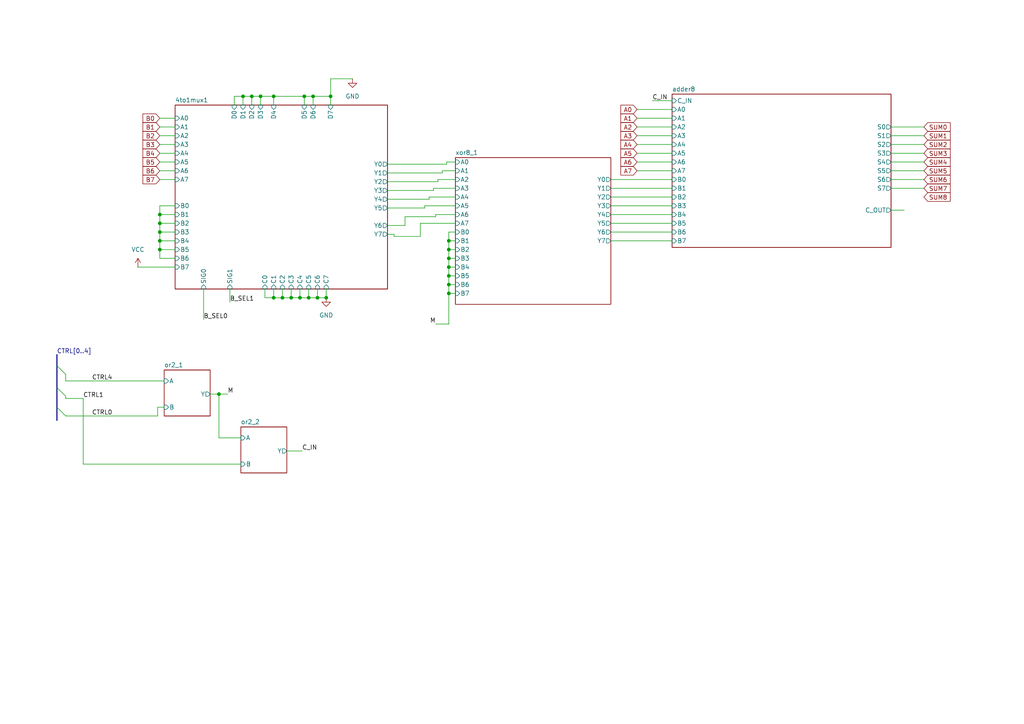
<source format=kicad_sch>
(kicad_sch (version 20250114) (generator "eeschema") (generator_version "9.0")
  (paper "A4")
  (lib_symbols
    (symbol "power:GND" (power) (pin_numbers (hide yes)) (pin_names (offset 0) (hide yes))
      (property "Value" "GND" (at 0 -3.81 0))
      (symbol "GND_0_1"
        (polyline (pts (xy 0 0) (xy 0 -1.27) (xy 1.27 -1.27) (xy 0 -2.54) (xy -1.27 -1.27) (xy 0 -1.27)))
      )
      (symbol "GND_1_1"
        (pin power_in line (at 0 0 270) (length 0) (name "~") (number "1"))
      )
    )
    (symbol "power:VCC" (power) (pin_numbers (hide yes)) (pin_names (offset 0) (hide yes))
      (property "Value" "VCC" (at 0 3.556 0))
      (symbol "VCC_0_1"
        (polyline (pts (xy -0.762 1.27) (xy 0 2.54)))
        (polyline (pts (xy 0 2.54) (xy 0.762 1.27)))
        (polyline (pts (xy 0 0) (xy 0 2.54)))
      )
      (symbol "VCC_1_1"
        (pin power_in line (at 0 0 90) (length 0) (name "~") (number "1"))
      )
    )
  )
  (junction (at 79.375 27.94))
  (junction (at 46.355 67.31))
  (junction (at 46.355 64.77))
  (junction (at 86.995 86.36))
  (junction (at 92.075 86.36))
  (junction (at 130.175 72.39))
  (junction (at 46.355 69.85))
  (junction (at 84.455 86.36))
  (junction (at 94.615 86.36))
  (junction (at 130.175 80.01))
  (junction (at 81.915 86.36))
  (junction (at 130.175 77.47))
  (junction (at 130.175 69.85))
  (junction (at 88.265 27.94))
  (junction (at 130.175 82.55))
  (junction (at 90.805 27.94))
  (junction (at 46.355 62.23))
  (junction (at 130.175 74.93))
  (junction (at 130.175 85.09))
  (junction (at 95.885 27.94))
  (junction (at 46.355 72.39))
  (junction (at 73.025 27.94))
  (junction (at 79.375 86.36))
  (junction (at 63.5 114.3))
  (junction (at 89.535 86.36))
  (junction (at 70.485 27.94))
  (junction (at 75.565 27.94))
  (bus_entry (at 16.51 106.045) (size 2.54 2.54))
  (bus_entry (at 16.51 118.11) (size 2.54 2.54))
  (bus_entry (at 16.51 112.395) (size 2.54 2.54))
  (wire (pts (xy 177.165 62.23) (xy 194.945 62.23)))
  (wire (pts (xy 70.485 27.94) (xy 70.485 30.48)))
  (wire (pts (xy 46.355 62.23) (xy 46.355 64.77)))
  (wire (pts (xy 130.175 77.47) (xy 132.08 77.47)))
  (wire (pts (xy 124.46 57.15) (xy 132.08 57.15)))
  (wire (pts (xy 46.355 67.31) (xy 46.355 69.85)))
  (wire (pts (xy 114.3 68.58) (xy 121.92 68.58)))
  (wire (pts (xy 46.355 64.77) (xy 50.8 64.77)))
  (bus (pts (xy 16.51 106.045) (xy 16.51 112.395)))
  (bus (pts (xy 16.51 112.395) (xy 16.51 118.11)))
  (wire (pts (xy 70.485 27.94) (xy 73.025 27.94)))
  (wire (pts (xy 112.395 50.165) (xy 128.27 50.165)))
  (wire (pts (xy 95.885 22.86) (xy 95.885 27.94)))
  (wire (pts (xy 189.23 29.21) (xy 194.945 29.21)))
  (wire (pts (xy 19.05 108.585) (xy 19.05 110.49)))
  (wire (pts (xy 73.025 27.94) (xy 73.025 30.48)))
  (wire (pts (xy 19.05 110.49) (xy 47.625 110.49)))
  (wire (pts (xy 128.27 50.165) (xy 128.27 49.53)))
  (wire (pts (xy 46.355 59.69) (xy 46.355 62.23)))
  (wire (pts (xy 86.995 86.36) (xy 86.995 83.82)))
  (wire (pts (xy 130.175 72.39) (xy 130.175 74.93)))
  (wire (pts (xy 124.46 57.785) (xy 124.46 57.15)))
  (wire (pts (xy 102.235 22.86) (xy 95.885 22.86)))
  (wire (pts (xy 130.175 74.93) (xy 132.08 74.93)))
  (wire (pts (xy 117.475 65.405) (xy 112.395 65.405)))
  (wire (pts (xy 184.785 34.29) (xy 194.945 34.29)))
  (wire (pts (xy 50.8 36.83) (xy 46.355 36.83)))
  (wire (pts (xy 86.995 86.36) (xy 89.535 86.36)))
  (wire (pts (xy 83.185 130.81) (xy 87.63 130.81)))
  (wire (pts (xy 127 52.705) (xy 127 52.07)))
  (wire (pts (xy 76.835 86.36) (xy 79.375 86.36)))
  (wire (pts (xy 177.165 52.07) (xy 194.945 52.07)))
  (wire (pts (xy 130.175 77.47) (xy 130.175 80.01)))
  (wire (pts (xy 129.54 47.625) (xy 129.54 46.99)))
  (wire (pts (xy 89.535 86.36) (xy 92.075 86.36)))
  (wire (pts (xy 46.355 74.93) (xy 50.8 74.93)))
  (wire (pts (xy 79.375 27.94) (xy 79.375 30.48)))
  (wire (pts (xy 184.785 49.53) (xy 194.945 49.53)))
  (wire (pts (xy 112.395 57.785) (xy 124.46 57.785)))
  (wire (pts (xy 88.265 27.94) (xy 88.265 30.48)))
  (wire (pts (xy 46.355 69.85) (xy 46.355 72.39)))
  (wire (pts (xy 46.355 41.91) (xy 50.8 41.91)))
  (wire (pts (xy 46.355 44.45) (xy 50.8 44.45)))
  (wire (pts (xy 130.175 82.55) (xy 130.175 85.09)))
  (wire (pts (xy 19.05 120.65) (xy 45.72 120.65)))
  (wire (pts (xy 184.785 39.37) (xy 194.945 39.37)))
  (wire (pts (xy 63.5 127) (xy 63.5 114.3)))
  (wire (pts (xy 45.72 118.11) (xy 47.625 118.11)))
  (wire (pts (xy 177.165 54.61) (xy 194.945 54.61)))
  (wire (pts (xy 46.355 72.39) (xy 46.355 74.93)))
  (wire (pts (xy 90.805 27.94) (xy 95.885 27.94)))
  (wire (pts (xy 130.175 67.31) (xy 130.175 69.85)))
  (wire (pts (xy 130.175 69.85) (xy 130.175 72.39)))
  (wire (pts (xy 125.73 54.61) (xy 132.08 54.61)))
  (wire (pts (xy 67.945 27.94) (xy 70.485 27.94)))
  (wire (pts (xy 59.055 83.82) (xy 59.055 92.71)))
  (wire (pts (xy 121.92 68.58) (xy 121.92 64.77)))
  (wire (pts (xy 76.835 83.82) (xy 76.835 86.36)))
  (wire (pts (xy 177.165 59.69) (xy 194.945 59.69)))
  (wire (pts (xy 90.805 27.94) (xy 90.805 30.48)))
  (wire (pts (xy 46.355 34.29) (xy 50.8 34.29)))
  (wire (pts (xy 79.375 86.36) (xy 79.375 83.82)))
  (wire (pts (xy 128.27 49.53) (xy 132.08 49.53)))
  (wire (pts (xy 258.445 60.96) (xy 262.255 60.96)))
  (wire (pts (xy 184.785 44.45) (xy 194.945 44.45)))
  (wire (pts (xy 19.05 115.57) (xy 24.13 115.57)))
  (wire (pts (xy 112.395 47.625) (xy 129.54 47.625)))
  (wire (pts (xy 46.355 64.77) (xy 46.355 67.31)))
  (wire (pts (xy 67.945 30.48) (xy 67.945 27.94)))
  (wire (pts (xy 69.85 127) (xy 63.5 127)))
  (wire (pts (xy 267.97 46.99) (xy 258.445 46.99)))
  (wire (pts (xy 177.165 57.15) (xy 194.945 57.15)))
  (wire (pts (xy 46.355 59.69) (xy 50.8 59.69)))
  (wire (pts (xy 89.535 86.36) (xy 89.535 83.82)))
  (wire (pts (xy 130.175 85.09) (xy 132.08 85.09)))
  (wire (pts (xy 92.075 86.36) (xy 92.075 83.82)))
  (wire (pts (xy 125.73 55.245) (xy 125.73 54.61)))
  (wire (pts (xy 95.885 27.94) (xy 95.885 30.48)))
  (wire (pts (xy 117.475 65.405) (xy 117.475 62.865)))
  (wire (pts (xy 92.075 86.36) (xy 94.615 86.36)))
  (wire (pts (xy 112.395 60.325) (xy 123.19 60.325)))
  (wire (pts (xy 88.265 27.94) (xy 90.805 27.94)))
  (wire (pts (xy 126.365 62.23) (xy 132.08 62.23)))
  (wire (pts (xy 63.5 114.3) (xy 66.04 114.3)))
  (wire (pts (xy 84.455 86.36) (xy 86.995 86.36)))
  (wire (pts (xy 40.005 77.47) (xy 50.8 77.47)))
  (wire (pts (xy 46.355 72.39) (xy 50.8 72.39)))
  (wire (pts (xy 123.19 59.69) (xy 132.08 59.69)))
  (wire (pts (xy 121.92 64.77) (xy 132.08 64.77)))
  (wire (pts (xy 184.785 36.83) (xy 194.945 36.83)))
  (wire (pts (xy 130.175 80.01) (xy 132.08 80.01)))
  (wire (pts (xy 46.355 52.07) (xy 50.8 52.07)))
  (wire (pts (xy 126.365 62.865) (xy 126.365 62.23)))
  (wire (pts (xy 75.565 27.94) (xy 79.375 27.94)))
  (wire (pts (xy 66.675 83.82) (xy 66.675 87.63)))
  (wire (pts (xy 130.175 82.55) (xy 132.08 82.55)))
  (wire (pts (xy 69.85 134.62) (xy 24.13 134.62)))
  (wire (pts (xy 50.8 39.37) (xy 46.355 39.37)))
  (wire (pts (xy 258.445 41.91) (xy 267.97 41.91)))
  (wire (pts (xy 126.365 93.98) (xy 130.175 93.98)))
  (wire (pts (xy 73.025 27.94) (xy 75.565 27.94)))
  (wire (pts (xy 46.355 69.85) (xy 50.8 69.85)))
  (wire (pts (xy 132.08 72.39) (xy 130.175 72.39)))
  (wire (pts (xy 177.165 67.31) (xy 194.945 67.31)))
  (wire (pts (xy 258.445 36.83) (xy 267.97 36.83)))
  (wire (pts (xy 258.445 39.37) (xy 267.97 39.37)))
  (wire (pts (xy 177.165 64.77) (xy 194.945 64.77)))
  (wire (pts (xy 114.3 67.945) (xy 114.3 68.58)))
  (wire (pts (xy 112.395 52.705) (xy 127 52.705)))
  (wire (pts (xy 81.915 86.36) (xy 84.455 86.36)))
  (wire (pts (xy 75.565 27.94) (xy 75.565 30.48)))
  (wire (pts (xy 184.785 31.75) (xy 194.945 31.75)))
  (wire (pts (xy 79.375 86.36) (xy 81.915 86.36)))
  (wire (pts (xy 184.785 41.91) (xy 194.945 41.91)))
  (wire (pts (xy 79.375 27.94) (xy 88.265 27.94)))
  (wire (pts (xy 117.475 62.865) (xy 126.365 62.865)))
  (wire (pts (xy 130.175 85.09) (xy 130.175 93.98)))
  (wire (pts (xy 258.445 52.07) (xy 267.97 52.07)))
  (wire (pts (xy 46.355 49.53) (xy 50.8 49.53)))
  (wire (pts (xy 81.915 86.36) (xy 81.915 83.82)))
  (bus (pts (xy 16.51 102.87) (xy 16.51 106.045)))
  (wire (pts (xy 94.615 86.36) (xy 94.615 83.82)))
  (bus (pts (xy 16.51 118.11) (xy 16.51 121.92)))
  (wire (pts (xy 127 52.07) (xy 132.08 52.07)))
  (wire (pts (xy 84.455 86.36) (xy 84.455 83.82)))
  (wire (pts (xy 130.175 74.93) (xy 130.175 77.47)))
  (wire (pts (xy 177.165 69.85) (xy 194.945 69.85)))
  (wire (pts (xy 46.355 46.99) (xy 50.8 46.99)))
  (wire (pts (xy 24.13 134.62) (xy 24.13 115.57)))
  (wire (pts (xy 19.05 114.935) (xy 19.05 115.57)))
  (wire (pts (xy 60.96 114.3) (xy 63.5 114.3)))
  (wire (pts (xy 112.395 55.245) (xy 125.73 55.245)))
  (wire (pts (xy 258.445 49.53) (xy 267.97 49.53)))
  (wire (pts (xy 184.785 46.99) (xy 194.945 46.99)))
  (wire (pts (xy 123.19 60.325) (xy 123.19 59.69)))
  (wire (pts (xy 258.445 44.45) (xy 267.97 44.45)))
  (wire (pts (xy 45.72 118.11) (xy 45.72 120.65)))
  (wire (pts (xy 46.355 67.31) (xy 50.8 67.31)))
  (wire (pts (xy 130.175 69.85) (xy 132.08 69.85)))
  (wire (pts (xy 46.355 62.23) (xy 50.8 62.23)))
  (wire (pts (xy 258.445 54.61) (xy 267.97 54.61)))
  (wire (pts (xy 114.3 67.945) (xy 112.395 67.945)))
  (wire (pts (xy 129.54 46.99) (xy 132.08 46.99)))
  (wire (pts (xy 130.175 80.01) (xy 130.175 82.55)))
  (wire (pts (xy 132.08 67.31) (xy 130.175 67.31)))
  (label "CTRL[0..4]" (at 16.51 102.87 0))
  (label "C_IN" (at 87.63 130.81 0))
  (label "CTRL1" (at 24.13 115.57 0))
  (label "CTRL0" (at 26.67 120.65 0))
  (label "M" (at 126.365 93.98 180))
  (label "CTRL4" (at 26.67 110.49 0))
  (label "C_IN" (at 189.23 29.21 0))
  (label "B_SEL1" (at 66.675 87.63 0))
  (label "B_SEL0" (at 59.055 92.71 0))
  (label "M" (at 66.04 114.3 0))
  (global_label "SUM5" (shape input) (at 267.97 49.53 0) (property "Intersheetrefs" "${INTERSHEET_REFS}" (effects (hide yes))))
  (global_label "A0" (shape input) (at 184.785 31.75 180) (property "Intersheetrefs" "${INTERSHEET_REFS}" (effects (hide yes))))
  (global_label "B0" (shape input) (at 46.355 34.29 180) (property "Intersheetrefs" "${INTERSHEET_REFS}" (effects (hide yes))))
  (global_label "SUM6" (shape input) (at 267.97 52.07 0) (property "Intersheetrefs" "${INTERSHEET_REFS}" (effects (hide yes))))
  (global_label "SUM4" (shape input) (at 267.97 46.99 0) (property "Intersheetrefs" "${INTERSHEET_REFS}" (effects (hide yes))))
  (global_label "B6" (shape input) (at 46.355 49.53 180) (property "Intersheetrefs" "${INTERSHEET_REFS}" (effects (hide yes))))
  (global_label "SUM0" (shape input) (at 267.97 36.83 0) (property "Intersheetrefs" "${INTERSHEET_REFS}" (effects (hide yes))))
  (global_label "SUM1" (shape input) (at 267.97 39.37 0) (property "Intersheetrefs" "${INTERSHEET_REFS}" (effects (hide yes))))
  (global_label "SUM3" (shape input) (at 267.97 44.45 0) (property "Intersheetrefs" "${INTERSHEET_REFS}" (effects (hide yes))))
  (global_label "A5" (shape input) (at 184.785 44.45 180) (property "Intersheetrefs" "${INTERSHEET_REFS}" (effects (hide yes))))
  (global_label "SUM7" (shape input) (at 267.97 54.61 0) (property "Intersheetrefs" "${INTERSHEET_REFS}" (effects (hide yes))))
  (global_label "B2" (shape input) (at 46.355 39.37 180) (property "Intersheetrefs" "${INTERSHEET_REFS}" (effects (hide yes))))
  (global_label "B3" (shape input) (at 46.355 41.91 180) (property "Intersheetrefs" "${INTERSHEET_REFS}" (effects (hide yes))))
  (global_label "A2" (shape input) (at 184.785 36.83 180) (property "Intersheetrefs" "${INTERSHEET_REFS}" (effects (hide yes))))
  (global_label "A4" (shape input) (at 184.785 41.91 180) (property "Intersheetrefs" "${INTERSHEET_REFS}" (effects (hide yes))))
  (global_label "A7" (shape input) (at 184.785 49.53 180) (property "Intersheetrefs" "${INTERSHEET_REFS}" (effects (hide yes))))
  (global_label "A6" (shape input) (at 184.785 46.99 180) (property "Intersheetrefs" "${INTERSHEET_REFS}" (effects (hide yes))))
  (global_label "SUM2" (shape input) (at 267.97 41.91 0) (property "Intersheetrefs" "${INTERSHEET_REFS}" (effects (hide yes))))
  (global_label "SUM8" (shape input) (at 267.97 57.15 0) (property "Intersheetrefs" "${INTERSHEET_REFS}" (effects (hide yes))))
  (global_label "B4" (shape input) (at 46.355 44.45 180) (property "Intersheetrefs" "${INTERSHEET_REFS}" (effects (hide yes))))
  (global_label "B1" (shape input) (at 46.355 36.83 180) (property "Intersheetrefs" "${INTERSHEET_REFS}" (effects (hide yes))))
  (global_label "A1" (shape input) (at 184.785 34.29 180) (property "Intersheetrefs" "${INTERSHEET_REFS}" (effects (hide yes))))
  (global_label "A3" (shape input) (at 184.785 39.37 180) (property "Intersheetrefs" "${INTERSHEET_REFS}" (effects (hide yes))))
  (global_label "B5" (shape input) (at 46.355 46.99 180) (property "Intersheetrefs" "${INTERSHEET_REFS}" (effects (hide yes))))
  (global_label "B7" (shape input) (at 46.355 52.07 180) (property "Intersheetrefs" "${INTERSHEET_REFS}" (effects (hide yes))))
  (symbol (lib_id "power:VCC") (at 40.005 77.47 0) (unit 1)
    (property "Reference" "#PWR0101" (effects (hide yes)))
    (property "Value" "VCC" (at 40.005 72.39 0))
    (property "Description" "Power symbol creates a global label with name \"VCC\"" (effects (hide yes)))
  )
  (symbol (lib_id "power:GND") (at 94.615 86.36 0) (unit 1)
    (property "Reference" "#PWR0102" (effects (hide yes)))
    (property "Value" "GND" (at 94.615 91.44 0))
    (property "Description" "Power symbol creates a global label with name \"GND\" , ground" (effects (hide yes)))
  )
  (symbol (lib_id "power:GND") (at 102.235 22.86 0) (unit 1)
    (property "Reference" "#PWR0103" (effects (hide yes)))
    (property "Value" "GND" (at 102.235 27.94 0))
    (property "Description" "Power symbol creates a global label with name \"GND\" , ground" (effects (hide yes)))
  )
  (sheet (at 47.625 107.315) (size 13.335 13.335) (stroke (width 0.1524))
    (property "Sheetname" "or2_1" (at 47.625 106.6034 0) (effects (justify left bottom)))
    (property "Sheetfile" "../../modules/gates/gate_or/gate_or_2in/gate_or_2in.kicad_sch" (effects (hide yes)))
    (pin "Y" output (at 60.96 114.3 0))
    (pin "B" input (at 47.625 118.11 180))
    (pin "A" input (at 47.625 110.49 180))
  )
  (sheet (at 132.08 45.72) (size 45.085 42.545) (stroke (width 0.1524))
    (property "Sheetname" "xor8_1" (at 132.08 45.0084 0) (effects (justify left bottom)))
    (property "Sheetfile" "../../modules/gates/gate_xor/gate_xor_8bit/gate_xor_8bit.kicad_sch" (effects (hide yes)))
    (pin "B5" input (at 132.08 80.01 180))
    (pin "Y0" output (at 177.165 52.07 0))
    (pin "B1" input (at 132.08 69.85 180))
    (pin "A5" input (at 132.08 59.69 180))
    (pin "Y6" output (at 177.165 67.31 0))
    (pin "A7" input (at 132.08 64.77 180))
    (pin "B6" input (at 132.08 82.55 180))
    (pin "A1" input (at 132.08 49.53 180))
    (pin "B2" input (at 132.08 72.39 180))
    (pin "A0" input (at 132.08 46.99 180))
    (pin "Y3" output (at 177.165 59.69 0))
    (pin "Y1" output (at 177.165 54.61 0))
    (pin "Y2" output (at 177.165 57.15 0))
    (pin "A4" input (at 132.08 57.15 180))
    (pin "Y5" output (at 177.165 64.77 0))
    (pin "B4" input (at 132.08 77.47 180))
    (pin "A2" input (at 132.08 52.07 180))
    (pin "Y7" output (at 177.165 69.85 0))
    (pin "A6" input (at 132.08 62.23 180))
    (pin "B3" input (at 132.08 74.93 180))
    (pin "Y4" output (at 177.165 62.23 0))
    (pin "B0" input (at 132.08 67.31 180))
    (pin "A3" input (at 132.08 54.61 180))
    (pin "B7" input (at 132.08 85.09 180))
  )
  (sheet (at 69.85 123.825) (size 13.335 13.335) (stroke (width 0.1524))
    (property "Sheetname" "or2_2" (at 69.85 123.1134 0) (effects (justify left bottom)))
    (property "Sheetfile" "../../modules/gates/gate_or/gate_or_2in/gate_or_2in.kicad_sch" (effects (hide yes)))
    (pin "Y" output (at 83.185 130.81 0))
    (pin "B" input (at 69.85 134.62 180))
    (pin "A" input (at 69.85 127 180))
  )
  (sheet (at 194.945 27.305) (size 63.5 44.45) (stroke (width 0.1524))
    (property "Sheetname" "adder8" (at 194.945 26.5934 0) (effects (justify left bottom)))
    (property "Sheetfile" "../../modules/adder/adder8/adder8.kicad_sch" (effects (hide yes)))
    (pin "B4" input (at 194.945 62.23 180))
    (pin "S1" output (at 258.445 39.37 0))
    (pin "S4" output (at 258.445 46.99 0))
    (pin "B5" input (at 194.945 64.77 180))
    (pin "C_IN" input (at 194.945 29.21 180))
    (pin "A5" input (at 194.945 44.45 180))
    (pin "S3" output (at 258.445 44.45 0))
    (pin "B1" input (at 194.945 54.61 180))
    (pin "S6" output (at 258.445 52.07 0))
    (pin "A2" input (at 194.945 36.83 180))
    (pin "A1" input (at 194.945 34.29 180))
    (pin "B7" input (at 194.945 69.85 180))
    (pin "A6" input (at 194.945 46.99 180))
    (pin "A3" input (at 194.945 39.37 180))
    (pin "B2" input (at 194.945 57.15 180))
    (pin "S5" output (at 258.445 49.53 0))
    (pin "C_OUT" output (at 258.445 60.96 0))
    (pin "B0" input (at 194.945 52.07 180))
    (pin "B6" input (at 194.945 67.31 180))
    (pin "S7" output (at 258.445 54.61 0))
    (pin "A0" input (at 194.945 31.75 180))
    (pin "A4" input (at 194.945 41.91 180))
    (pin "A7" input (at 194.945 49.53 180))
    (pin "S2" output (at 258.445 41.91 0))
    (pin "B3" input (at 194.945 59.69 180))
    (pin "S0" output (at 258.445 36.83 0))
  )
  (sheet (at 50.8 30.48) (size 61.595 53.34) (stroke (width 0.1524))
    (property "Sheetname" "4to1mux1" (at 50.8 29.7684 0) (effects (justify left bottom)))
    (property "Sheetfile" "../../modules/mux/mux_4to1_8bit/mux_4to1_8bit.kicad_sch" (effects (hide yes)))
    (pin "A7" input (at 50.8 52.07 180))
    (pin "A2" input (at 50.8 39.37 180))
    (pin "A6" input (at 50.8 49.53 180))
    (pin "A4" input (at 50.8 44.45 180))
    (pin "A5" input (at 50.8 46.99 180))
    (pin "A1" input (at 50.8 36.83 180))
    (pin "A0" input (at 50.8 34.29 180))
    (pin "A3" input (at 50.8 41.91 180))
    (pin "B3" input (at 50.8 67.31 180))
    (pin "B5" input (at 50.8 72.39 180))
    (pin "B1" input (at 50.8 62.23 180))
    (pin "B4" input (at 50.8 69.85 180))
    (pin "B7" input (at 50.8 77.47 180))
    (pin "B0" input (at 50.8 59.69 180))
    (pin "B6" input (at 50.8 74.93 180))
    (pin "B2" input (at 50.8 64.77 180))
    (pin "C4" input (at 86.995 83.82 270))
    (pin "C7" input (at 94.615 83.82 270))
    (pin "C0" input (at 76.835 83.82 270))
    (pin "C2" input (at 81.915 83.82 270))
    (pin "C1" input (at 79.375 83.82 270))
    (pin "C6" input (at 92.075 83.82 270))
    (pin "C3" input (at 84.455 83.82 270))
    (pin "C5" input (at 89.535 83.82 270))
    (pin "D5" input (at 88.265 30.48 90))
    (pin "D3" input (at 75.565 30.48 90))
    (pin "D0" input (at 67.945 30.48 90))
    (pin "D1" input (at 70.485 30.48 90))
    (pin "D7" input (at 95.885 30.48 90))
    (pin "D4" input (at 79.375 30.48 90))
    (pin "D2" input (at 73.025 30.48 90))
    (pin "D6" input (at 90.805 30.48 90))
    (pin "Y3" output (at 112.395 55.245 0))
    (pin "Y0" output (at 112.395 47.625 0))
    (pin "Y7" output (at 112.395 67.945 0))
    (pin "Y6" output (at 112.395 65.405 0))
    (pin "Y5" output (at 112.395 60.325 0))
    (pin "Y2" output (at 112.395 52.705 0))
    (pin "Y1" output (at 112.395 50.165 0))
    (pin "Y4" output (at 112.395 57.785 0))
    (pin "SIG1" input (at 66.675 83.82 270))
    (pin "SIG0" input (at 59.055 83.82 270))
  )
)
</source>
